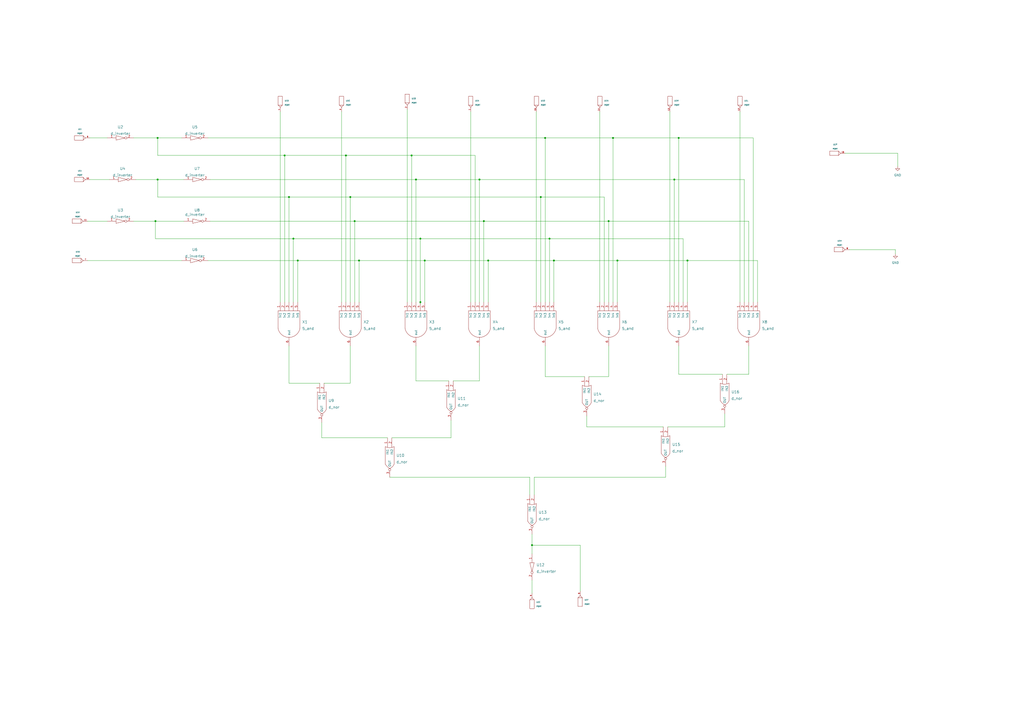
<source format=kicad_sch>
(kicad_sch (version 20211123) (generator eeschema)
  (paper "A2")
  (lib_symbols
    (symbol "eSim_Digital:d_inverter" (pin_names (offset 1.016))
      (property "Reference" "U" (at 0 -2.54 0))
      (property "Value" "d_inverter" (at 0 3.81 0))
      (symbol "d_inverter_0_1"
        (polyline (pts (xy -2.54 1.27) (xy -2.54 -1.27) (xy 2.54 0) (xy -2.54 1.27)))
      )
      (symbol "d_inverter_1_1"
        (pin input line (at -7.62 0 0) (length 5.08) (name "~") (number "1"))
        (pin output inverted (at 7.62 0 180) (length 5.08) (name "~") (number "2"))
      )
    )
    (symbol "eSim_Digital:d_nor" (pin_names (offset 1.016))
      (property "Reference" "U" (at 0 0 0))
      (property "Value" "d_nor" (at 1.27 2.54 0))
      (symbol "d_nor_0_1"
        (arc (start -6.35 -1.27) (mid -5.7504 1.27) (end -6.35 3.81))
        (polyline (pts (xy -6.35 -1.27) (xy 3.81 -1.27)))
        (polyline (pts (xy -6.35 3.81) (xy 3.81 3.81)))
        (arc (start 3.81 -1.27) (mid 5.3181 -0.2399) (end 6.35 1.27))
        (arc (start 6.35 1.27) (mid 5.2222 2.6828) (end 3.81 3.81))
      )
      (symbol "d_nor_1_1"
        (pin input line (at -11.43 2.54 0) (length 5.461) (name "IN1") (number "1"))
        (pin input line (at -11.43 0 0) (length 5.461) (name "IN2") (number "2"))
        (pin output inverted (at 11.43 1.27 180) (length 5.08) (name "OUT") (number "3"))
      )
    )
    (symbol "eSim_Miscellaneous:PORT" (pin_names (offset 1.016))
      (property "Reference" "U" (at 1.27 2.54 0))
      (property "Value" "PORT" (at 0 0 0))
      (symbol "PORT_0_1"
        (rectangle (start -2.54 1.27) (end 2.54 -1.27))
        (arc (start 2.54 1.27) (mid 3.1355 0.5955) (end 3.81 0))
        (arc (start 3.81 0) (mid 3.1447 -0.6046) (end 2.54 -1.27))
      )
      (symbol "PORT_1_1"
        (pin bidirectional line (at 6.35 0 180) (length 2.54) (name "~") (number "1"))
      )
      (symbol "PORT_2_1"
        (pin bidirectional line (at 6.35 0 180) (length 2.54) (name "~") (number "2"))
      )
      (symbol "PORT_3_1"
        (pin bidirectional line (at 6.35 0 180) (length 2.54) (name "~") (number "3"))
      )
      (symbol "PORT_4_1"
        (pin bidirectional line (at 6.35 0 180) (length 2.54) (name "~") (number "4"))
      )
      (symbol "PORT_5_1"
        (pin bidirectional line (at 6.35 0 180) (length 2.54) (name "~") (number "5"))
      )
      (symbol "PORT_6_1"
        (pin bidirectional line (at 6.35 0 180) (length 2.54) (name "~") (number "6"))
      )
      (symbol "PORT_7_1"
        (pin bidirectional line (at 6.35 0 180) (length 2.54) (name "~") (number "7"))
      )
      (symbol "PORT_8_1"
        (pin bidirectional line (at 6.35 0 180) (length 2.54) (name "~") (number "8"))
      )
      (symbol "PORT_9_1"
        (pin bidirectional line (at 6.35 0 180) (length 2.54) (name "~") (number "9"))
      )
      (symbol "PORT_10_1"
        (pin bidirectional line (at 6.35 0 180) (length 2.54) (name "~") (number "10"))
      )
      (symbol "PORT_11_1"
        (pin bidirectional line (at 6.35 0 180) (length 2.54) (name "~") (number "11"))
      )
      (symbol "PORT_12_1"
        (pin bidirectional line (at 6.35 0 180) (length 2.54) (name "~") (number "12"))
      )
      (symbol "PORT_13_1"
        (pin bidirectional line (at 6.35 0 180) (length 2.54) (name "~") (number "13"))
      )
      (symbol "PORT_14_1"
        (pin bidirectional line (at 6.35 0 180) (length 2.54) (name "~") (number "14"))
      )
      (symbol "PORT_15_1"
        (pin bidirectional line (at 6.35 0 180) (length 2.54) (name "~") (number "15"))
      )
      (symbol "PORT_16_1"
        (pin bidirectional line (at 6.35 0 180) (length 2.54) (name "~") (number "16"))
      )
      (symbol "PORT_17_1"
        (pin bidirectional line (at 6.35 0 180) (length 2.54) (name "~") (number "17"))
      )
      (symbol "PORT_18_1"
        (pin bidirectional line (at 6.35 0 180) (length 2.54) (name "~") (number "18"))
      )
      (symbol "PORT_19_1"
        (pin bidirectional line (at 6.35 0 180) (length 2.54) (name "~") (number "19"))
      )
      (symbol "PORT_20_1"
        (pin bidirectional line (at 6.35 0 180) (length 2.54) (name "~") (number "20"))
      )
      (symbol "PORT_21_1"
        (pin bidirectional line (at 6.35 0 180) (length 2.54) (name "~") (number "21"))
      )
      (symbol "PORT_22_1"
        (pin bidirectional line (at 6.35 0 180) (length 2.54) (name "~") (number "22"))
      )
      (symbol "PORT_23_1"
        (pin bidirectional line (at 6.35 0 180) (length 2.54) (name "~") (number "23"))
      )
      (symbol "PORT_24_1"
        (pin bidirectional line (at 6.35 0 180) (length 2.54) (name "~") (number "24"))
      )
      (symbol "PORT_25_1"
        (pin bidirectional line (at 6.35 0 180) (length 2.54) (name "~") (number "25"))
      )
      (symbol "PORT_26_1"
        (pin bidirectional line (at 6.35 0 180) (length 2.54) (name "~") (number "26"))
      )
    )
    (symbol "eSim_Power:eSim_GND" (power) (pin_names (offset 0))
      (property "Value" "eSim_GND" (at 0 -3.81 0))
      (symbol "eSim_GND_0_1"
        (polyline (pts (xy 0 0) (xy 0 -1.27) (xy 1.27 -1.27) (xy 0 -2.54) (xy -1.27 -1.27) (xy 0 -1.27)))
      )
      (symbol "eSim_GND_1_1"
        (pin power_in line (at 0 0 270) (length 0) hide (name "GND") (number "1"))
      )
    )
    (symbol "eSim_Subckt:5_and" (pin_names (offset 1.016))
      (property "Reference" "X" (at 1.27 -2.54 0))
      (property "Value" "5_and" (at 2.54 3.81 0))
      (symbol "5_and_0_1"
        (polyline (pts (xy -6.35 6.35) (xy 3.81 6.35)))
        (polyline (pts (xy -6.35 6.35) (xy -6.35 -6.35) (xy 3.81 -6.35)))
        (arc (start 3.81 -6.35) (mid 9.0158 0) (end 3.81 6.35))
      )
      (symbol "5_and_1_1"
        (pin input line (at -11.43 5.08 0) (length 5.08) (name "in1") (number "1"))
        (pin input line (at -11.43 2.54 0) (length 5.08) (name "in2") (number "2"))
        (pin input line (at -11.43 0 0) (length 5.08) (name "in3") (number "3"))
        (pin input line (at -11.43 -2.54 0) (length 5.08) (name "in4") (number "4"))
        (pin input line (at -11.43 -5.08 0) (length 5.08) (name "in5") (number "5"))
        (pin output line (at 13.97 0 180) (length 5.08) (name "out") (number "6"))
      )
    )
  )
  (junction (at 165.1 90.17))
  (junction (at 278.13 104.14))
  (junction (at 316.23 80.01))
  (junction (at 91.44 104.14))
  (junction (at 200.66 90.17))
  (junction (at 398.78 151.13))
  (junction (at 170.18 138.43))
  (junction (at 321.31 151.13))
  (junction (at 358.14 151.13))
  (junction (at 353.06 128.27))
  (junction (at 243.84 175.26))
  (junction (at 280.67 128.27))
  (junction (at 90.17 128.27))
  (junction (at 308.61 316.23))
  (junction (at 91.44 80.01))
  (junction (at 391.16 104.14))
  (junction (at 283.21 151.13))
  (junction (at 313.69 114.3))
  (junction (at 238.76 90.17))
  (junction (at 172.72 151.13))
  (junction (at 355.6 80.01))
  (junction (at 205.74 128.27))
  (junction (at 243.84 138.43))
  (junction (at 241.3 104.14))
  (junction (at 208.28 151.13))
  (junction (at 318.77 138.43))
  (junction (at 393.7 80.01))
  (junction (at 167.64 114.3))
  (junction (at 246.38 151.13))
  (junction (at 203.2 114.3))
  (wire (pts (xy 203.2 114.3) (xy 313.69 114.3)))
  (wire (pts (xy 167.64 114.3) (xy 167.64 175.26)))
  (wire (pts (xy 434.34 217.17) (xy 434.34 200.66)))
  (wire (pts (xy 520.7 88.9) (xy 520.7 96.52)))
  (wire (pts (xy 246.38 151.13) (xy 283.21 151.13)))
  (wire (pts (xy 308.61 336.55) (xy 308.61 344.17)))
  (wire (pts (xy 186.69 245.11) (xy 186.69 254)))
  (wire (pts (xy 353.06 128.27) (xy 434.34 128.27)))
  (wire (pts (xy 205.74 128.27) (xy 205.74 175.26)))
  (wire (pts (xy 208.28 151.13) (xy 246.38 151.13)))
  (wire (pts (xy 243.84 175.26) (xy 243.84 176.53)))
  (wire (pts (xy 391.16 104.14) (xy 431.8 104.14)))
  (wire (pts (xy 341.63 218.44) (xy 353.06 218.44)))
  (wire (pts (xy 316.23 218.44) (xy 339.09 218.44)))
  (wire (pts (xy 353.06 218.44) (xy 353.06 200.66)))
  (wire (pts (xy 243.84 138.43) (xy 318.77 138.43)))
  (wire (pts (xy 313.69 114.3) (xy 350.52 114.3)))
  (wire (pts (xy 91.44 80.01) (xy 91.44 90.17)))
  (wire (pts (xy 393.7 217.17) (xy 419.1 217.17)))
  (wire (pts (xy 280.67 128.27) (xy 280.67 175.26)))
  (wire (pts (xy 384.81 247.65) (xy 340.36 247.65)))
  (wire (pts (xy 307.34 276.86) (xy 307.34 287.02)))
  (wire (pts (xy 321.31 151.13) (xy 358.14 151.13)))
  (wire (pts (xy 241.3 200.66) (xy 241.3 220.98)))
  (wire (pts (xy 261.62 243.84) (xy 261.62 254)))
  (wire (pts (xy 165.1 90.17) (xy 165.1 175.26)))
  (wire (pts (xy 90.17 128.27) (xy 106.68 128.27)))
  (wire (pts (xy 434.34 128.27) (xy 434.34 175.26)))
  (wire (pts (xy 120.65 80.01) (xy 316.23 80.01)))
  (wire (pts (xy 340.36 247.65) (xy 340.36 241.3)))
  (wire (pts (xy 358.14 151.13) (xy 358.14 175.26)))
  (wire (pts (xy 208.28 151.13) (xy 208.28 175.26)))
  (wire (pts (xy 355.6 80.01) (xy 393.7 80.01)))
  (wire (pts (xy 396.24 138.43) (xy 396.24 175.26)))
  (wire (pts (xy 238.76 90.17) (xy 238.76 175.26)))
  (wire (pts (xy 313.69 114.3) (xy 313.69 175.26)))
  (wire (pts (xy 278.13 104.14) (xy 278.13 175.26)))
  (wire (pts (xy 393.7 200.66) (xy 393.7 217.17)))
  (wire (pts (xy 167.64 200.66) (xy 167.64 222.25)))
  (wire (pts (xy 429.26 64.77) (xy 429.26 175.26)))
  (wire (pts (xy 492.76 144.78) (xy 519.43 144.78)))
  (wire (pts (xy 238.76 90.17) (xy 275.59 90.17)))
  (wire (pts (xy 77.47 80.01) (xy 91.44 80.01)))
  (wire (pts (xy 246.38 151.13) (xy 246.38 175.26)))
  (wire (pts (xy 52.07 104.14) (xy 63.5 104.14)))
  (wire (pts (xy 91.44 80.01) (xy 105.41 80.01)))
  (wire (pts (xy 226.06 276.86) (xy 307.34 276.86)))
  (wire (pts (xy 90.17 128.27) (xy 90.17 138.43)))
  (wire (pts (xy 167.64 114.3) (xy 203.2 114.3)))
  (wire (pts (xy 205.74 128.27) (xy 280.67 128.27)))
  (wire (pts (xy 167.64 222.25) (xy 185.42 222.25)))
  (wire (pts (xy 187.96 222.25) (xy 203.2 222.25)))
  (wire (pts (xy 280.67 128.27) (xy 353.06 128.27)))
  (wire (pts (xy 261.62 254) (xy 227.33 254)))
  (wire (pts (xy 318.77 138.43) (xy 396.24 138.43)))
  (wire (pts (xy 353.06 128.27) (xy 353.06 175.26)))
  (wire (pts (xy 200.66 90.17) (xy 238.76 90.17)))
  (wire (pts (xy 436.88 80.01) (xy 436.88 175.26)))
  (wire (pts (xy 316.23 200.66) (xy 316.23 218.44)))
  (wire (pts (xy 90.17 138.43) (xy 170.18 138.43)))
  (wire (pts (xy 318.77 138.43) (xy 318.77 175.26)))
  (wire (pts (xy 386.08 270.51) (xy 386.08 276.86)))
  (wire (pts (xy 309.88 276.86) (xy 386.08 276.86)))
  (wire (pts (xy 236.22 63.5) (xy 236.22 175.26)))
  (wire (pts (xy 273.05 64.77) (xy 273.05 175.26)))
  (wire (pts (xy 50.8 151.13) (xy 105.41 151.13)))
  (wire (pts (xy 355.6 80.01) (xy 355.6 175.26)))
  (wire (pts (xy 91.44 114.3) (xy 167.64 114.3)))
  (wire (pts (xy 120.65 151.13) (xy 172.72 151.13)))
  (wire (pts (xy 391.16 104.14) (xy 391.16 175.26)))
  (wire (pts (xy 393.7 80.01) (xy 436.88 80.01)))
  (wire (pts (xy 316.23 80.01) (xy 316.23 175.26)))
  (wire (pts (xy 170.18 138.43) (xy 243.84 138.43)))
  (wire (pts (xy 165.1 90.17) (xy 200.66 90.17)))
  (wire (pts (xy 387.35 247.65) (xy 420.37 247.65)))
  (wire (pts (xy 398.78 151.13) (xy 398.78 175.26)))
  (wire (pts (xy 283.21 151.13) (xy 321.31 151.13)))
  (wire (pts (xy 388.62 64.77) (xy 388.62 175.26)))
  (wire (pts (xy 77.47 128.27) (xy 90.17 128.27)))
  (wire (pts (xy 358.14 151.13) (xy 398.78 151.13)))
  (wire (pts (xy 91.44 90.17) (xy 165.1 90.17)))
  (wire (pts (xy 121.92 104.14) (xy 241.3 104.14)))
  (wire (pts (xy 241.3 104.14) (xy 278.13 104.14)))
  (wire (pts (xy 431.8 104.14) (xy 431.8 175.26)))
  (wire (pts (xy 321.31 151.13) (xy 321.31 175.26)))
  (wire (pts (xy 308.61 309.88) (xy 308.61 316.23)))
  (wire (pts (xy 203.2 222.25) (xy 203.2 200.66)))
  (wire (pts (xy 50.8 128.27) (xy 62.23 128.27)))
  (wire (pts (xy 243.84 138.43) (xy 243.84 175.26)))
  (wire (pts (xy 490.22 88.9) (xy 520.7 88.9)))
  (wire (pts (xy 308.61 316.23) (xy 336.55 316.23)))
  (wire (pts (xy 121.92 128.27) (xy 205.74 128.27)))
  (wire (pts (xy 308.61 316.23) (xy 308.61 321.31)))
  (wire (pts (xy 241.3 104.14) (xy 241.3 175.26)))
  (wire (pts (xy 78.74 104.14) (xy 91.44 104.14)))
  (wire (pts (xy 198.12 64.77) (xy 198.12 175.26)))
  (wire (pts (xy 278.13 104.14) (xy 391.16 104.14)))
  (wire (pts (xy 421.64 217.17) (xy 434.34 217.17)))
  (wire (pts (xy 172.72 151.13) (xy 172.72 175.26)))
  (wire (pts (xy 275.59 90.17) (xy 275.59 175.26)))
  (wire (pts (xy 278.13 220.98) (xy 278.13 200.66)))
  (wire (pts (xy 203.2 114.3) (xy 203.2 175.26)))
  (wire (pts (xy 241.3 220.98) (xy 260.35 220.98)))
  (wire (pts (xy 311.15 64.77) (xy 311.15 175.26)))
  (wire (pts (xy 186.69 254) (xy 224.79 254)))
  (wire (pts (xy 262.89 220.98) (xy 278.13 220.98)))
  (wire (pts (xy 91.44 104.14) (xy 106.68 104.14)))
  (wire (pts (xy 162.56 64.77) (xy 162.56 175.26)))
  (wire (pts (xy 347.98 64.77) (xy 347.98 175.26)))
  (wire (pts (xy 309.88 287.02) (xy 309.88 276.86)))
  (wire (pts (xy 420.37 247.65) (xy 420.37 240.03)))
  (wire (pts (xy 283.21 151.13) (xy 283.21 175.26)))
  (wire (pts (xy 91.44 104.14) (xy 91.44 114.3)))
  (wire (pts (xy 350.52 114.3) (xy 350.52 175.26)))
  (wire (pts (xy 52.07 80.01) (xy 62.23 80.01)))
  (wire (pts (xy 393.7 80.01) (xy 393.7 175.26)))
  (wire (pts (xy 336.55 316.23) (xy 336.55 342.9)))
  (wire (pts (xy 172.72 151.13) (xy 208.28 151.13)))
  (wire (pts (xy 398.78 151.13) (xy 439.42 151.13)))
  (wire (pts (xy 316.23 80.01) (xy 355.6 80.01)))
  (wire (pts (xy 519.43 144.78) (xy 519.43 147.32)))
  (wire (pts (xy 439.42 151.13) (xy 439.42 175.26)))
  (wire (pts (xy 200.66 90.17) (xy 200.66 175.26)))
  (wire (pts (xy 170.18 138.43) (xy 170.18 175.26)))
  (symbol (lib_id "eSim_Subckt:5_and") (at 353.06 186.69 90) (mirror x) (unit 1)
    (property "Reference" "X6" (at 360.68 186.7529 90) (effects (font (size 1.524 1.524)) (justify right)))
    (property "Value" "5_and" (at 360.68 190.5629 90) (effects (font (size 1.524 1.524)) (justify right)))
  )
  (symbol (lib_id "eSim_Digital:d_nor") (at 262.89 232.41 90) (mirror x) (unit 1)
    (property "Reference" "U11" (at 265.43 231.14 90) (effects (font (size 1.524 1.524)) (justify right)))
    (property "Value" "d_nor" (at 265.43 234.95 90) (effects (font (size 1.524 1.524)) (justify right)))
  )
  (symbol (lib_id "eSim_Subckt:5_and") (at 167.64 186.69 90) (mirror x) (unit 1)
    (property "Reference" "X1" (at 175.26 186.7529 90) (effects (font (size 1.524 1.524)) (justify right)))
    (property "Value" "5_and" (at 175.26 190.5629 90) (effects (font (size 1.524 1.524)) (justify right)))
  )
  (symbol (lib_id "eSim_Subckt:5_and") (at 278.13 186.69 90) (mirror x) (unit 1)
    (property "Reference" "X4" (at 285.75 186.7529 90) (effects (font (size 1.524 1.524)) (justify right)))
    (property "Value" "5_and" (at 285.75 190.5629 90) (effects (font (size 1.524 1.524)) (justify right)))
  )
  (symbol (lib_id "eSim_Miscellaneous:PORT") (at 236.22 57.15 90) (mirror x) (unit 2)
    (property "Reference" "U1" (at 238.76 57.15 90) (effects (font (size 0.762 0.762)) (justify right)))
    (property "Value" "PORT" (at 238.76 59.69 90) (effects (font (size 0.762 0.762)) (justify right)))
  )
  (symbol (lib_id "eSim_Miscellaneous:PORT") (at 336.55 349.25 90) (unit 6)
    (property "Reference" "U1" (at 339.09 347.98 90) (effects (font (size 0.762 0.762)) (justify right)))
    (property "Value" "PORT" (at 339.09 350.52 90) (effects (font (size 0.762 0.762)) (justify right)))
  )
  (symbol (lib_id "eSim_Subckt:5_and") (at 316.23 186.69 90) (mirror x) (unit 1)
    (property "Reference" "X5" (at 323.85 186.7529 90) (effects (font (size 1.524 1.524)) (justify right)))
    (property "Value" "5_and" (at 323.85 190.5629 90) (effects (font (size 1.524 1.524)) (justify right)))
  )
  (symbol (lib_id "eSim_Digital:d_inverter") (at 113.03 80.01 0) (unit 1)
    (property "Reference" "U5" (at 113.03 73.66 0) (effects (font (size 1.524 1.524))))
    (property "Value" "d_inverter" (at 113.03 77.47 0) (effects (font (size 1.524 1.524))))
  )
  (symbol (lib_id "eSim_Digital:d_nor") (at 187.96 233.68 90) (mirror x) (unit 1)
    (property "Reference" "U9" (at 190.5 232.41 90) (effects (font (size 1.524 1.524)) (justify right)))
    (property "Value" "d_nor" (at 190.5 236.22 90) (effects (font (size 1.524 1.524)) (justify right)))
  )
  (symbol (lib_id "eSim_Digital:d_inverter") (at 69.85 128.27 0) (unit 1)
    (property "Reference" "U3" (at 69.85 121.92 0) (effects (font (size 1.524 1.524))))
    (property "Value" "d_inverter" (at 69.85 125.73 0) (effects (font (size 1.524 1.524))))
  )
  (symbol (lib_id "eSim_Digital:d_nor") (at 421.64 228.6 90) (mirror x) (unit 1)
    (property "Reference" "U16" (at 424.18 227.33 90) (effects (font (size 1.524 1.524)) (justify right)))
    (property "Value" "d_nor" (at 424.18 231.14 90) (effects (font (size 1.524 1.524)) (justify right)))
  )
  (symbol (lib_id "eSim_Miscellaneous:PORT") (at 273.05 58.42 90) (mirror x) (unit 1)
    (property "Reference" "U1" (at 275.59 58.42 90) (effects (font (size 0.762 0.762)) (justify right)))
    (property "Value" "PORT" (at 275.59 60.96 90) (effects (font (size 0.762 0.762)) (justify right)))
  )
  (symbol (lib_id "eSim_Digital:d_inverter") (at 71.12 104.14 0) (unit 1)
    (property "Reference" "U4" (at 71.12 97.79 0) (effects (font (size 1.524 1.524))))
    (property "Value" "d_inverter" (at 71.12 101.6 0) (effects (font (size 1.524 1.524))))
  )
  (symbol (lib_id "eSim_Miscellaneous:PORT") (at 486.41 144.78 0) (unit 8)
    (property "Reference" "U1" (at 487.045 139.7 0) (effects (font (size 0.762 0.762))))
    (property "Value" "PORT" (at 487.045 142.24 0) (effects (font (size 0.762 0.762))))
  )
  (symbol (lib_id "eSim_Digital:d_inverter") (at 308.61 328.93 90) (mirror x) (unit 1)
    (property "Reference" "U12" (at 311.15 327.66 90) (effects (font (size 1.524 1.524)) (justify right)))
    (property "Value" "d_inverter" (at 311.15 331.47 90) (effects (font (size 1.524 1.524)) (justify right)))
  )
  (symbol (lib_id "eSim_Miscellaneous:PORT") (at 198.12 58.42 90) (mirror x) (unit 3)
    (property "Reference" "U1" (at 200.66 58.42 90) (effects (font (size 0.762 0.762)) (justify right)))
    (property "Value" "PORT" (at 200.66 60.96 90) (effects (font (size 0.762 0.762)) (justify right)))
  )
  (symbol (lib_id "eSim_Digital:d_nor") (at 227.33 265.43 90) (mirror x) (unit 1)
    (property "Reference" "U10" (at 229.87 264.16 90) (effects (font (size 1.524 1.524)) (justify right)))
    (property "Value" "d_nor" (at 229.87 267.97 90) (effects (font (size 1.524 1.524)) (justify right)))
  )
  (symbol (lib_id "eSim_Miscellaneous:PORT") (at 45.72 80.01 0) (unit 9)
    (property "Reference" "U1" (at 46.355 74.93 0) (effects (font (size 0.762 0.762))))
    (property "Value" "PORT" (at 46.355 77.47 0) (effects (font (size 0.762 0.762))))
  )
  (symbol (lib_id "eSim_Miscellaneous:PORT") (at 429.26 58.42 90) (mirror x) (unit 12)
    (property "Reference" "U1" (at 431.8 58.42 90) (effects (font (size 0.762 0.762)) (justify right)))
    (property "Value" "PORT" (at 431.8 60.96 90) (effects (font (size 0.762 0.762)) (justify right)))
  )
  (symbol (lib_id "eSim_Digital:d_inverter") (at 114.3 104.14 0) (unit 1)
    (property "Reference" "U7" (at 114.3 97.79 0) (effects (font (size 1.524 1.524))))
    (property "Value" "d_inverter" (at 113.03 101.6 0) (effects (font (size 1.524 1.524))))
  )
  (symbol (lib_id "eSim_Digital:d_nor") (at 341.63 229.87 90) (mirror x) (unit 1)
    (property "Reference" "U14" (at 344.17 228.6 90) (effects (font (size 1.524 1.524)) (justify right)))
    (property "Value" "d_nor" (at 344.17 232.41 90) (effects (font (size 1.524 1.524)) (justify right)))
  )
  (symbol (lib_id "eSim_Miscellaneous:PORT") (at 483.87 88.9 0) (unit 16)
    (property "Reference" "U1" (at 484.505 83.82 0) (effects (font (size 0.762 0.762))))
    (property "Value" "PORT" (at 484.505 86.36 0) (effects (font (size 0.762 0.762))))
  )
  (symbol (lib_id "eSim_Miscellaneous:PORT") (at 311.15 58.42 90) (mirror x) (unit 15)
    (property "Reference" "U1" (at 313.69 58.42 90) (effects (font (size 0.762 0.762)) (justify right)))
    (property "Value" "PORT" (at 313.69 60.96 90) (effects (font (size 0.762 0.762)) (justify right)))
  )
  (symbol (lib_id "eSim_Miscellaneous:PORT") (at 347.98 58.42 90) (mirror x) (unit 14)
    (property "Reference" "U1" (at 350.52 58.42 90) (effects (font (size 0.762 0.762)) (justify right)))
    (property "Value" "PORT" (at 350.52 60.96 90) (effects (font (size 0.762 0.762)) (justify right)))
  )
  (symbol (lib_id "eSim_Digital:d_nor") (at 309.88 298.45 90) (mirror x) (unit 1)
    (property "Reference" "U13" (at 312.42 297.18 90) (effects (font (size 1.524 1.524)) (justify right)))
    (property "Value" "d_nor" (at 312.42 300.99 90) (effects (font (size 1.524 1.524)) (justify right)))
  )
  (symbol (lib_id "eSim_Power:eSim_GND") (at 520.7 96.52 0) (unit 1)
    (property "Reference" "#PWR02" (effects hide))
    (property "Value" "eSim_GND" (at 520.7 101.6 0))
  )
  (symbol (lib_id "eSim_Digital:d_inverter") (at 69.85 80.01 0) (unit 1)
    (property "Reference" "U2" (at 69.85 73.66 0) (effects (font (size 1.524 1.524))))
    (property "Value" "d_inverter" (at 69.85 77.47 0) (effects (font (size 1.524 1.524))))
  )
  (symbol (lib_id "eSim_Subckt:5_and") (at 203.2 186.69 90) (mirror x) (unit 1)
    (property "Reference" "X2" (at 210.82 186.7529 90) (effects (font (size 1.524 1.524)) (justify right)))
    (property "Value" "5_and" (at 210.82 190.5629 90) (effects (font (size 1.524 1.524)) (justify right)))
  )
  (symbol (lib_id "eSim_Subckt:5_and") (at 241.3 186.69 90) (mirror x) (unit 1)
    (property "Reference" "X3" (at 248.92 186.7529 90) (effects (font (size 1.524 1.524)) (justify right)))
    (property "Value" "5_and" (at 248.92 190.5629 90) (effects (font (size 1.524 1.524)) (justify right)))
  )
  (symbol (lib_id "eSim_Subckt:5_and") (at 393.7 186.69 90) (mirror x) (unit 1)
    (property "Reference" "X7" (at 401.32 186.7529 90) (effects (font (size 1.524 1.524)) (justify right)))
    (property "Value" "5_and" (at 401.32 190.5629 90) (effects (font (size 1.524 1.524)) (justify right)))
  )
  (symbol (lib_id "eSim_Miscellaneous:PORT") (at 45.72 104.14 0) (unit 10)
    (property "Reference" "U1" (at 46.355 99.06 0) (effects (font (size 0.762 0.762))))
    (property "Value" "PORT" (at 46.355 101.6 0) (effects (font (size 0.762 0.762))))
  )
  (symbol (lib_id "eSim_Digital:d_inverter") (at 113.03 151.13 0) (unit 1)
    (property "Reference" "U6" (at 113.03 144.78 0) (effects (font (size 1.524 1.524))))
    (property "Value" "d_inverter" (at 113.03 148.59 0) (effects (font (size 1.524 1.524))))
  )
  (symbol (lib_id "eSim_Miscellaneous:PORT") (at 162.56 58.42 90) (mirror x) (unit 4)
    (property "Reference" "U1" (at 165.1 58.42 90) (effects (font (size 0.762 0.762)) (justify right)))
    (property "Value" "PORT" (at 165.1 60.96 90) (effects (font (size 0.762 0.762)) (justify right)))
  )
  (symbol (lib_id "eSim_Miscellaneous:PORT") (at 388.62 58.42 90) (mirror x) (unit 13)
    (property "Reference" "U1" (at 391.16 58.42 90) (effects (font (size 0.762 0.762)) (justify right)))
    (property "Value" "PORT" (at 391.16 60.96 90) (effects (font (size 0.762 0.762)) (justify right)))
  )
  (symbol (lib_id "eSim_Miscellaneous:PORT") (at 44.45 128.27 0) (unit 11)
    (property "Reference" "U1" (at 45.085 123.19 0) (effects (font (size 0.762 0.762))))
    (property "Value" "PORT" (at 45.085 125.73 0) (effects (font (size 0.762 0.762))))
  )
  (symbol (lib_id "eSim_Digital:d_inverter") (at 114.3 128.27 0) (unit 1)
    (property "Reference" "U8" (at 114.3 121.92 0) (effects (font (size 1.524 1.524))))
    (property "Value" "d_inverter" (at 113.03 124.46 0) (effects (font (size 1.524 1.524))))
  )
  (symbol (lib_id "eSim_Miscellaneous:PORT") (at 44.45 151.13 0) (unit 7)
    (property "Reference" "U1" (at 45.085 146.05 0) (effects (font (size 0.762 0.762))))
    (property "Value" "PORT" (at 45.085 148.59 0) (effects (font (size 0.762 0.762))))
  )
  (symbol (lib_id "eSim_Power:eSim_GND") (at 519.43 147.32 0) (unit 1)
    (property "Reference" "#PWR01" (effects hide))
    (property "Value" "eSim_GND" (at 519.43 152.4 0))
  )
  (symbol (lib_id "eSim_Miscellaneous:PORT") (at 308.61 350.52 90) (unit 5)
    (property "Reference" "U1" (at 311.15 349.25 90) (effects (font (size 0.762 0.762)) (justify right)))
    (property "Value" "PORT" (at 311.15 351.79 90) (effects (font (size 0.762 0.762)) (justify right)))
  )
  (symbol (lib_id "eSim_Subckt:5_and") (at 434.34 186.69 90) (mirror x) (unit 1)
    (property "Reference" "X8" (at 441.96 186.7529 90) (effects (font (size 1.524 1.524)) (justify right)))
    (property "Value" "5_and" (at 441.96 190.5629 90) (effects (font (size 1.524 1.524)) (justify right)))
  )
  (symbol (lib_id "eSim_Digital:d_nor") (at 387.35 259.08 90) (mirror x) (unit 1)
    (property "Reference" "U15" (at 389.89 257.81 90) (effects (font (size 1.524 1.524)) (justify right)))
    (property "Value" "d_nor" (at 389.89 261.62 90) (effects (font (size 1.524 1.524)) (justify right)))
  )
)
</source>
